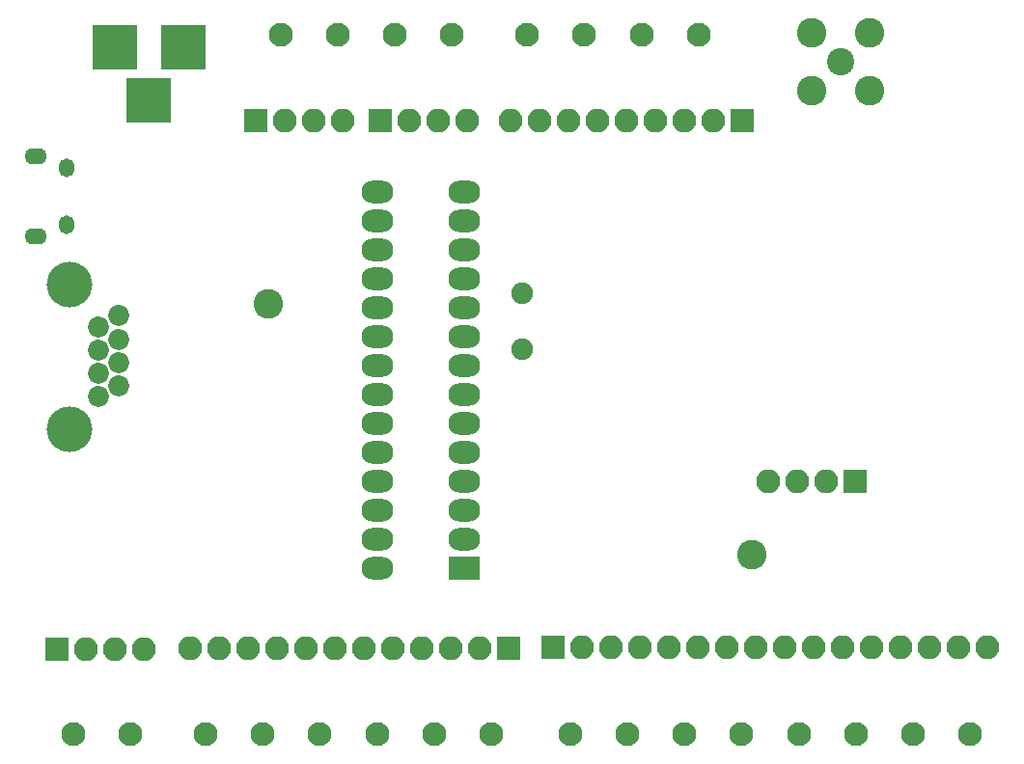
<source format=gbs>
G04 #@! TF.GenerationSoftware,KiCad,Pcbnew,(5.1.2)-2*
G04 #@! TF.CreationDate,2019-11-01T20:16:41+11:00*
G04 #@! TF.ProjectId,BoSL_GSP,426f534c-5f47-4535-902e-6b696361645f,0.3*
G04 #@! TF.SameCoordinates,Original*
G04 #@! TF.FileFunction,Soldermask,Bot*
G04 #@! TF.FilePolarity,Negative*
%FSLAX46Y46*%
G04 Gerber Fmt 4.6, Leading zero omitted, Abs format (unit mm)*
G04 Created by KiCad (PCBNEW (5.1.2)-2) date 2019-11-01 20:16:41*
%MOMM*%
%LPD*%
G04 APERTURE LIST*
%ADD10C,2.600000*%
%ADD11C,1.850000*%
%ADD12C,4.000000*%
%ADD13R,2.100000X2.100000*%
%ADD14O,2.100000X2.100000*%
%ADD15C,2.100000*%
%ADD16C,2.400000*%
%ADD17R,3.900000X3.900000*%
%ADD18R,2.800000X2.000000*%
%ADD19O,2.800000X2.000000*%
%ADD20C,1.900000*%
%ADD21O,1.350000X1.650000*%
%ADD22O,1.950000X1.400000*%
G04 APERTURE END LIST*
D10*
X126500000Y-90900000D03*
X168900000Y-112900000D03*
D11*
X113318000Y-98040000D03*
X113318000Y-96000000D03*
X113318000Y-93960000D03*
X113318000Y-91920000D03*
X111540000Y-99020000D03*
X111540000Y-92900000D03*
X111540000Y-96980000D03*
X111540000Y-94940000D03*
D12*
X109000000Y-89130000D03*
X109000000Y-101830000D03*
D13*
X168080000Y-74750000D03*
D14*
X165540000Y-74750000D03*
X163000000Y-74750000D03*
X160460000Y-74750000D03*
X157920000Y-74750000D03*
X155380000Y-74750000D03*
X152840000Y-74750000D03*
X150300000Y-74750000D03*
X147760000Y-74750000D03*
D13*
X151470000Y-121020000D03*
D14*
X154010000Y-121020000D03*
X156550000Y-121020000D03*
X159090000Y-121020000D03*
X161630000Y-121020000D03*
X164170000Y-121020000D03*
X166710000Y-121020000D03*
X169250000Y-121020000D03*
X171790000Y-121020000D03*
X174330000Y-121020000D03*
X176870000Y-121020000D03*
X179410000Y-121020000D03*
X181950000Y-121020000D03*
X184490000Y-121020000D03*
X187030000Y-121020000D03*
X189570000Y-121020000D03*
D15*
X146000000Y-128600000D03*
X141000000Y-128600000D03*
X136000000Y-128600000D03*
X131000000Y-128600000D03*
X126000000Y-128600000D03*
X121000000Y-128600000D03*
X127600000Y-67200000D03*
X132600000Y-67200000D03*
X137600000Y-67200000D03*
X142600000Y-67200000D03*
X114400000Y-128600000D03*
X109400000Y-128600000D03*
X149200000Y-67200000D03*
X154200000Y-67200000D03*
X159200000Y-67200000D03*
X164200000Y-67200000D03*
X188000000Y-128600000D03*
X183000000Y-128600000D03*
X178000000Y-128600000D03*
X173000000Y-128600000D03*
X168000000Y-128600000D03*
X163000000Y-128600000D03*
X158000000Y-128600000D03*
X153000000Y-128600000D03*
D10*
X174150000Y-67060000D03*
X179230000Y-67060000D03*
X179230000Y-72140000D03*
X174150000Y-72140000D03*
D16*
X176690000Y-69600000D03*
D17*
X119000000Y-68300000D03*
X113000000Y-68300000D03*
X116000000Y-73000000D03*
D18*
X143670000Y-114050000D03*
D19*
X136050000Y-81030000D03*
X143670000Y-111510000D03*
X136050000Y-83570000D03*
X143670000Y-108970000D03*
X136050000Y-86110000D03*
X143670000Y-106430000D03*
X136050000Y-88650000D03*
X143670000Y-103890000D03*
X136050000Y-91190000D03*
X143670000Y-101350000D03*
X136050000Y-93730000D03*
X143670000Y-98810000D03*
X136050000Y-96270000D03*
X143670000Y-96270000D03*
X136050000Y-98810000D03*
X143670000Y-93730000D03*
X136050000Y-101350000D03*
X143670000Y-91190000D03*
X136050000Y-103890000D03*
X143670000Y-88650000D03*
X136050000Y-106430000D03*
X143670000Y-86110000D03*
X136050000Y-108970000D03*
X143670000Y-83570000D03*
X136050000Y-111510000D03*
X143670000Y-81030000D03*
X136050000Y-114050000D03*
D13*
X136322000Y-74750000D03*
D14*
X138862000Y-74750000D03*
X141402000Y-74750000D03*
X143942000Y-74750000D03*
D13*
X125360000Y-74750000D03*
D14*
X127900000Y-74750000D03*
X130440000Y-74750000D03*
X132980000Y-74750000D03*
D13*
X107950000Y-121158000D03*
D14*
X110490000Y-121158000D03*
X113030000Y-121158000D03*
X115570000Y-121158000D03*
D13*
X177960000Y-106430000D03*
D14*
X175420000Y-106430000D03*
X172880000Y-106430000D03*
X170340000Y-106430000D03*
D20*
X148750000Y-89920000D03*
X148750000Y-94800000D03*
D13*
X147586000Y-121112000D03*
D14*
X145046000Y-121112000D03*
X142506000Y-121112000D03*
X139966000Y-121112000D03*
X137426000Y-121112000D03*
X134886000Y-121112000D03*
X132346000Y-121112000D03*
X129806000Y-121112000D03*
X127266000Y-121112000D03*
X124726000Y-121112000D03*
X122186000Y-121112000D03*
X119646000Y-121112000D03*
D21*
X108750000Y-78900000D03*
X108750000Y-83900000D03*
D22*
X106050000Y-77900000D03*
X106050000Y-84900000D03*
M02*

</source>
